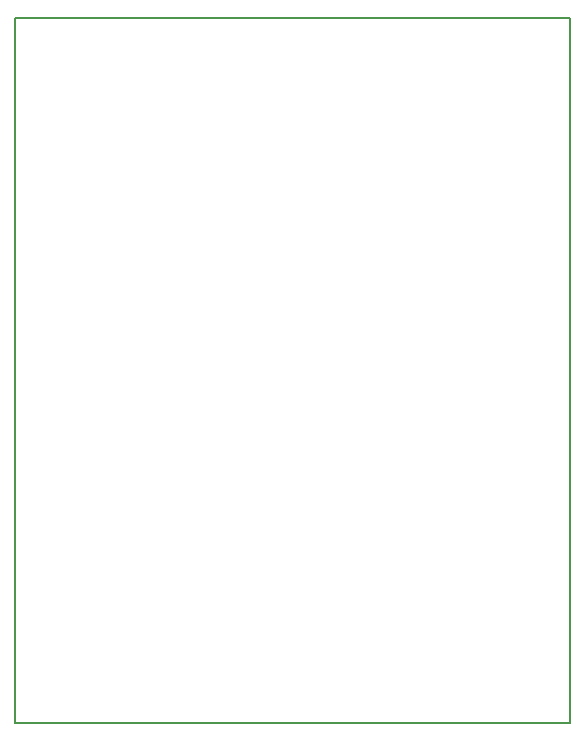
<source format=gbr>
G04 #@! TF.FileFunction,Profile,NP*
%FSLAX46Y46*%
G04 Gerber Fmt 4.6, Leading zero omitted, Abs format (unit mm)*
G04 Created by KiCad (PCBNEW 4.0.5+dfsg1-4) date Mon Sep  4 17:10:53 2017*
%MOMM*%
%LPD*%
G01*
G04 APERTURE LIST*
%ADD10C,0.100000*%
%ADD11C,0.150000*%
G04 APERTURE END LIST*
D10*
D11*
X166370000Y-58420000D02*
X119380000Y-58420000D01*
X166370000Y-118110000D02*
X166370000Y-58420000D01*
X119380000Y-118110000D02*
X166370000Y-118110000D01*
X119380000Y-58420000D02*
X119380000Y-118110000D01*
M02*

</source>
